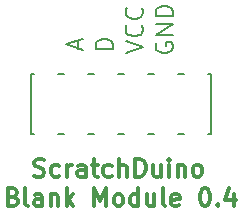
<source format=gbr>
G04 (created by PCBNEW (2013-may-18)-stable) date Ср 04 ноя 2015 01:25:08*
%MOIN*%
G04 Gerber Fmt 3.4, Leading zero omitted, Abs format*
%FSLAX34Y34*%
G01*
G70*
G90*
G04 APERTURE LIST*
%ADD10C,0.00393701*%
%ADD11C,0.011811*%
%ADD12C,0.00590551*%
G04 APERTURE END LIST*
G54D10*
G54D11*
X7930Y-13217D02*
X8014Y-13245D01*
X8042Y-13273D01*
X8070Y-13329D01*
X8070Y-13413D01*
X8042Y-13470D01*
X8014Y-13498D01*
X7958Y-13526D01*
X7733Y-13526D01*
X7733Y-12935D01*
X7930Y-12935D01*
X7986Y-12964D01*
X8014Y-12992D01*
X8042Y-13048D01*
X8042Y-13104D01*
X8014Y-13160D01*
X7986Y-13188D01*
X7930Y-13217D01*
X7733Y-13217D01*
X8408Y-13526D02*
X8352Y-13498D01*
X8323Y-13442D01*
X8323Y-12935D01*
X8886Y-13526D02*
X8886Y-13217D01*
X8858Y-13160D01*
X8802Y-13132D01*
X8689Y-13132D01*
X8633Y-13160D01*
X8886Y-13498D02*
X8830Y-13526D01*
X8689Y-13526D01*
X8633Y-13498D01*
X8605Y-13442D01*
X8605Y-13385D01*
X8633Y-13329D01*
X8689Y-13301D01*
X8830Y-13301D01*
X8886Y-13273D01*
X9167Y-13132D02*
X9167Y-13526D01*
X9167Y-13188D02*
X9195Y-13160D01*
X9251Y-13132D01*
X9336Y-13132D01*
X9392Y-13160D01*
X9420Y-13217D01*
X9420Y-13526D01*
X9701Y-13526D02*
X9701Y-12935D01*
X9758Y-13301D02*
X9926Y-13526D01*
X9926Y-13132D02*
X9701Y-13357D01*
X10629Y-13526D02*
X10629Y-12935D01*
X10826Y-13357D01*
X11023Y-12935D01*
X11023Y-13526D01*
X11389Y-13526D02*
X11332Y-13498D01*
X11304Y-13470D01*
X11276Y-13413D01*
X11276Y-13245D01*
X11304Y-13188D01*
X11332Y-13160D01*
X11389Y-13132D01*
X11473Y-13132D01*
X11529Y-13160D01*
X11557Y-13188D01*
X11586Y-13245D01*
X11586Y-13413D01*
X11557Y-13470D01*
X11529Y-13498D01*
X11473Y-13526D01*
X11389Y-13526D01*
X12092Y-13526D02*
X12092Y-12935D01*
X12092Y-13498D02*
X12035Y-13526D01*
X11923Y-13526D01*
X11867Y-13498D01*
X11839Y-13470D01*
X11811Y-13413D01*
X11811Y-13245D01*
X11839Y-13188D01*
X11867Y-13160D01*
X11923Y-13132D01*
X12035Y-13132D01*
X12092Y-13160D01*
X12626Y-13132D02*
X12626Y-13526D01*
X12373Y-13132D02*
X12373Y-13442D01*
X12401Y-13498D01*
X12457Y-13526D01*
X12542Y-13526D01*
X12598Y-13498D01*
X12626Y-13470D01*
X12992Y-13526D02*
X12935Y-13498D01*
X12907Y-13442D01*
X12907Y-12935D01*
X13442Y-13498D02*
X13385Y-13526D01*
X13273Y-13526D01*
X13217Y-13498D01*
X13188Y-13442D01*
X13188Y-13217D01*
X13217Y-13160D01*
X13273Y-13132D01*
X13385Y-13132D01*
X13442Y-13160D01*
X13470Y-13217D01*
X13470Y-13273D01*
X13188Y-13329D01*
X14285Y-12935D02*
X14341Y-12935D01*
X14398Y-12964D01*
X14426Y-12992D01*
X14454Y-13048D01*
X14482Y-13160D01*
X14482Y-13301D01*
X14454Y-13413D01*
X14426Y-13470D01*
X14398Y-13498D01*
X14341Y-13526D01*
X14285Y-13526D01*
X14229Y-13498D01*
X14201Y-13470D01*
X14173Y-13413D01*
X14145Y-13301D01*
X14145Y-13160D01*
X14173Y-13048D01*
X14201Y-12992D01*
X14229Y-12964D01*
X14285Y-12935D01*
X14735Y-13470D02*
X14763Y-13498D01*
X14735Y-13526D01*
X14707Y-13498D01*
X14735Y-13470D01*
X14735Y-13526D01*
X15269Y-13132D02*
X15269Y-13526D01*
X15129Y-12907D02*
X14988Y-13329D01*
X15354Y-13329D01*
X8619Y-12514D02*
X8703Y-12542D01*
X8844Y-12542D01*
X8900Y-12514D01*
X8928Y-12485D01*
X8956Y-12429D01*
X8956Y-12373D01*
X8928Y-12317D01*
X8900Y-12289D01*
X8844Y-12260D01*
X8731Y-12232D01*
X8675Y-12204D01*
X8647Y-12176D01*
X8619Y-12120D01*
X8619Y-12064D01*
X8647Y-12007D01*
X8675Y-11979D01*
X8731Y-11951D01*
X8872Y-11951D01*
X8956Y-11979D01*
X9462Y-12514D02*
X9406Y-12542D01*
X9294Y-12542D01*
X9237Y-12514D01*
X9209Y-12485D01*
X9181Y-12429D01*
X9181Y-12260D01*
X9209Y-12204D01*
X9237Y-12176D01*
X9294Y-12148D01*
X9406Y-12148D01*
X9462Y-12176D01*
X9715Y-12542D02*
X9715Y-12148D01*
X9715Y-12260D02*
X9744Y-12204D01*
X9772Y-12176D01*
X9828Y-12148D01*
X9884Y-12148D01*
X10334Y-12542D02*
X10334Y-12232D01*
X10306Y-12176D01*
X10250Y-12148D01*
X10137Y-12148D01*
X10081Y-12176D01*
X10334Y-12514D02*
X10278Y-12542D01*
X10137Y-12542D01*
X10081Y-12514D01*
X10053Y-12457D01*
X10053Y-12401D01*
X10081Y-12345D01*
X10137Y-12317D01*
X10278Y-12317D01*
X10334Y-12289D01*
X10531Y-12148D02*
X10756Y-12148D01*
X10615Y-11951D02*
X10615Y-12457D01*
X10643Y-12514D01*
X10700Y-12542D01*
X10756Y-12542D01*
X11206Y-12514D02*
X11150Y-12542D01*
X11037Y-12542D01*
X10981Y-12514D01*
X10953Y-12485D01*
X10925Y-12429D01*
X10925Y-12260D01*
X10953Y-12204D01*
X10981Y-12176D01*
X11037Y-12148D01*
X11150Y-12148D01*
X11206Y-12176D01*
X11459Y-12542D02*
X11459Y-11951D01*
X11712Y-12542D02*
X11712Y-12232D01*
X11684Y-12176D01*
X11628Y-12148D01*
X11543Y-12148D01*
X11487Y-12176D01*
X11459Y-12204D01*
X11993Y-12542D02*
X11993Y-11951D01*
X12134Y-11951D01*
X12218Y-11979D01*
X12275Y-12035D01*
X12303Y-12092D01*
X12331Y-12204D01*
X12331Y-12289D01*
X12303Y-12401D01*
X12275Y-12457D01*
X12218Y-12514D01*
X12134Y-12542D01*
X11993Y-12542D01*
X12837Y-12148D02*
X12837Y-12542D01*
X12584Y-12148D02*
X12584Y-12457D01*
X12612Y-12514D01*
X12668Y-12542D01*
X12753Y-12542D01*
X12809Y-12514D01*
X12837Y-12485D01*
X13118Y-12542D02*
X13118Y-12148D01*
X13118Y-11951D02*
X13090Y-11979D01*
X13118Y-12007D01*
X13146Y-11979D01*
X13118Y-11951D01*
X13118Y-12007D01*
X13399Y-12148D02*
X13399Y-12542D01*
X13399Y-12204D02*
X13428Y-12176D01*
X13484Y-12148D01*
X13568Y-12148D01*
X13624Y-12176D01*
X13652Y-12232D01*
X13652Y-12542D01*
X14018Y-12542D02*
X13962Y-12514D01*
X13934Y-12485D01*
X13906Y-12429D01*
X13906Y-12260D01*
X13934Y-12204D01*
X13962Y-12176D01*
X14018Y-12148D01*
X14102Y-12148D01*
X14159Y-12176D01*
X14187Y-12204D01*
X14215Y-12260D01*
X14215Y-12429D01*
X14187Y-12485D01*
X14159Y-12514D01*
X14102Y-12542D01*
X14018Y-12542D01*
G54D12*
X9415Y-9137D02*
X9615Y-9137D01*
X9415Y-11137D02*
X9615Y-11137D01*
X10415Y-9137D02*
X10615Y-9137D01*
X10415Y-11137D02*
X10615Y-11137D01*
X11415Y-9137D02*
X11615Y-9137D01*
X11415Y-11137D02*
X11615Y-11137D01*
X12415Y-9137D02*
X12615Y-9137D01*
X12415Y-11137D02*
X12615Y-11137D01*
X8515Y-11137D02*
X8615Y-11137D01*
X14515Y-11137D02*
X14415Y-11137D01*
X13415Y-11137D02*
X13615Y-11137D01*
X14515Y-9137D02*
X14415Y-9137D01*
X8515Y-9137D02*
X8615Y-9137D01*
X13415Y-9137D02*
X13615Y-9137D01*
X14515Y-9137D02*
X14515Y-11137D01*
X8515Y-9137D02*
X8515Y-11137D01*
X12692Y-8087D02*
X12664Y-8143D01*
X12664Y-8228D01*
X12692Y-8312D01*
X12748Y-8368D01*
X12804Y-8397D01*
X12917Y-8425D01*
X13001Y-8425D01*
X13114Y-8397D01*
X13170Y-8368D01*
X13226Y-8312D01*
X13254Y-8228D01*
X13254Y-8172D01*
X13226Y-8087D01*
X13198Y-8059D01*
X13001Y-8059D01*
X13001Y-8172D01*
X13254Y-7806D02*
X12664Y-7806D01*
X13254Y-7469D01*
X12664Y-7469D01*
X13254Y-7187D02*
X12664Y-7187D01*
X12664Y-7047D01*
X12692Y-6962D01*
X12748Y-6906D01*
X12804Y-6878D01*
X12917Y-6850D01*
X13001Y-6850D01*
X13114Y-6878D01*
X13170Y-6906D01*
X13226Y-6962D01*
X13254Y-7047D01*
X13254Y-7187D01*
X11664Y-8425D02*
X12254Y-8228D01*
X11664Y-8031D01*
X12198Y-7497D02*
X12226Y-7525D01*
X12254Y-7609D01*
X12254Y-7665D01*
X12226Y-7750D01*
X12170Y-7806D01*
X12114Y-7834D01*
X12001Y-7862D01*
X11917Y-7862D01*
X11804Y-7834D01*
X11748Y-7806D01*
X11692Y-7750D01*
X11664Y-7665D01*
X11664Y-7609D01*
X11692Y-7525D01*
X11720Y-7497D01*
X12198Y-6906D02*
X12226Y-6934D01*
X12254Y-7019D01*
X12254Y-7075D01*
X12226Y-7159D01*
X12170Y-7215D01*
X12114Y-7244D01*
X12001Y-7272D01*
X11917Y-7272D01*
X11804Y-7244D01*
X11748Y-7215D01*
X11692Y-7159D01*
X11664Y-7075D01*
X11664Y-7019D01*
X11692Y-6934D01*
X11720Y-6906D01*
X11254Y-8292D02*
X10664Y-8292D01*
X10664Y-8151D01*
X10692Y-8067D01*
X10748Y-8011D01*
X10804Y-7983D01*
X10917Y-7955D01*
X11001Y-7955D01*
X11114Y-7983D01*
X11170Y-8011D01*
X11226Y-8067D01*
X11254Y-8151D01*
X11254Y-8292D01*
X10086Y-8278D02*
X10086Y-7997D01*
X10254Y-8334D02*
X9664Y-8137D01*
X10254Y-7940D01*
M02*

</source>
